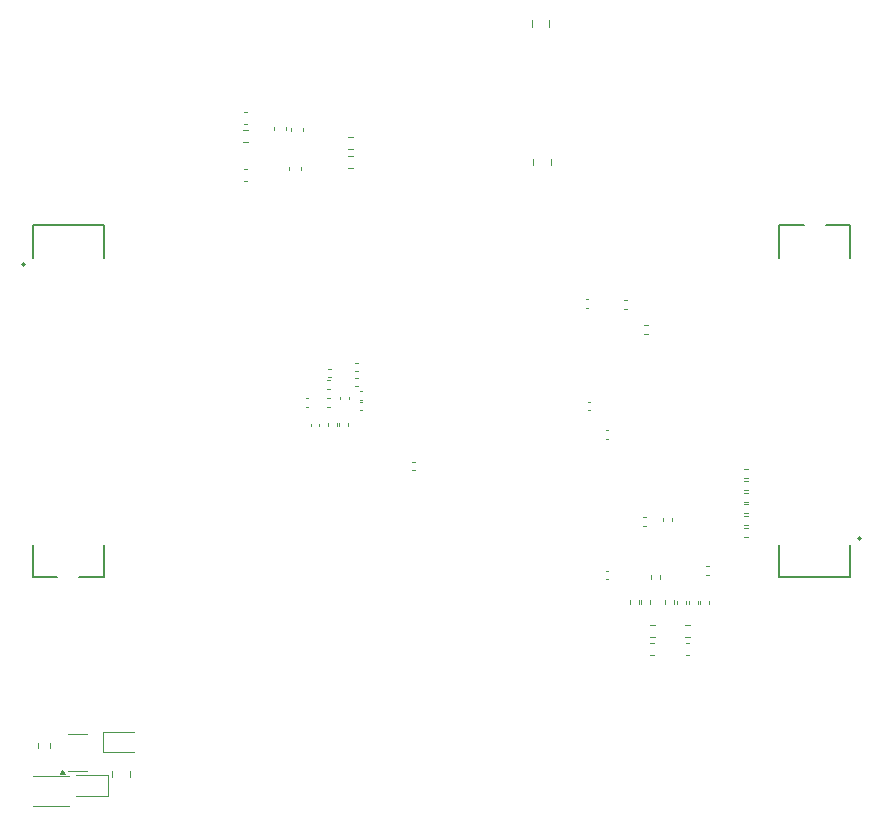
<source format=gbr>
%TF.GenerationSoftware,KiCad,Pcbnew,8.0.6*%
%TF.CreationDate,2025-01-06T00:07:23+08:00*%
%TF.ProjectId,ECP5_DEV_BOARD,45435035-5f44-4455-965f-424f4152442e,rev?*%
%TF.SameCoordinates,Original*%
%TF.FileFunction,Legend,Bot*%
%TF.FilePolarity,Positive*%
%FSLAX46Y46*%
G04 Gerber Fmt 4.6, Leading zero omitted, Abs format (unit mm)*
G04 Created by KiCad (PCBNEW 8.0.6) date 2025-01-06 00:07:23*
%MOMM*%
%LPD*%
G01*
G04 APERTURE LIST*
%ADD10C,0.120000*%
%ADD11C,0.127000*%
%ADD12C,0.200000*%
G04 APERTURE END LIST*
D10*
%TO.C,R26*%
X143370000Y-117903641D02*
X143370000Y-117596359D01*
X144130000Y-117903641D02*
X144130000Y-117596359D01*
%TO.C,R3*%
X143702258Y-121822500D02*
X143227742Y-121822500D01*
X143702258Y-122867500D02*
X143227742Y-122867500D01*
%TO.C,C20*%
X118292164Y-99640000D02*
X118507836Y-99640000D01*
X118292164Y-100360000D02*
X118507836Y-100360000D01*
%TO.C,C39*%
X133265000Y-70638748D02*
X133265000Y-71161252D01*
X134735000Y-70638748D02*
X134735000Y-71161252D01*
%TO.C,R11*%
X151553641Y-111620000D02*
X151246359Y-111620000D01*
X151553641Y-112380000D02*
X151246359Y-112380000D01*
%TO.C,D3*%
X96945000Y-130865000D02*
X96945000Y-132565000D01*
X99605000Y-130865000D02*
X96945000Y-130865000D01*
X99605000Y-132565000D02*
X96945000Y-132565000D01*
%TO.C,R13*%
X151553641Y-110620000D02*
X151246359Y-110620000D01*
X151553641Y-111380000D02*
X151246359Y-111380000D01*
%TO.C,C51*%
X116207836Y-100140000D02*
X115992164Y-100140000D01*
X116207836Y-100860000D02*
X115992164Y-100860000D01*
%TO.C,C60*%
X112690000Y-83059420D02*
X112690000Y-83340580D01*
X113710000Y-83059420D02*
X113710000Y-83340580D01*
%TO.C,C36*%
X114092164Y-102640000D02*
X114307836Y-102640000D01*
X114092164Y-103360000D02*
X114307836Y-103360000D01*
%TO.C,C12*%
X148207836Y-116840000D02*
X147992164Y-116840000D01*
X148207836Y-117560000D02*
X147992164Y-117560000D01*
D11*
%TO.C,J3*%
X154200000Y-88000000D02*
X154200000Y-90730000D01*
X154200000Y-88000000D02*
X156265000Y-88000000D01*
X154200000Y-115070000D02*
X154200000Y-117800000D01*
X158135000Y-88000000D02*
X160200000Y-88000000D01*
X160200000Y-88000000D02*
X160200000Y-90730000D01*
X160200000Y-115070000D02*
X160200000Y-117800000D01*
X160200000Y-117800000D02*
X154200000Y-117800000D01*
D12*
X161100000Y-114500000D02*
G75*
G02*
X160900000Y-114500000I-100000J0D01*
G01*
X160900000Y-114500000D02*
G75*
G02*
X161100000Y-114500000I100000J0D01*
G01*
D10*
%TO.C,R62*%
X117662742Y-80477500D02*
X118137258Y-80477500D01*
X117662742Y-81522500D02*
X118137258Y-81522500D01*
%TO.C,R18*%
X151553641Y-112620000D02*
X151246359Y-112620000D01*
X151553641Y-113380000D02*
X151246359Y-113380000D01*
%TO.C,C50*%
X116127836Y-102640000D02*
X115912164Y-102640000D01*
X116127836Y-103360000D02*
X115912164Y-103360000D01*
%TO.C,R2*%
X144320000Y-113053641D02*
X144320000Y-112746359D01*
X145080000Y-113053641D02*
X145080000Y-112746359D01*
%TO.C,C46*%
X123122164Y-108010000D02*
X123337836Y-108010000D01*
X123122164Y-108730000D02*
X123337836Y-108730000D01*
%TO.C,C8*%
X137792164Y-94240000D02*
X138007836Y-94240000D01*
X137792164Y-94960000D02*
X138007836Y-94960000D01*
%TO.C,C49*%
X114540000Y-104792164D02*
X114540000Y-105007836D01*
X115260000Y-104792164D02*
X115260000Y-105007836D01*
%TO.C,C13*%
X118294213Y-100890000D02*
X118509885Y-100890000D01*
X118294213Y-101610000D02*
X118509885Y-101610000D01*
%TO.C,R21*%
X145520000Y-120063641D02*
X145520000Y-119756359D01*
X146280000Y-120063641D02*
X146280000Y-119756359D01*
%TO.C,C40*%
X133365000Y-82861252D02*
X133365000Y-82338748D01*
X134835000Y-82861252D02*
X134835000Y-82338748D01*
%TO.C,C5*%
X116013485Y-104733408D02*
X116013485Y-104949080D01*
X116733485Y-104733408D02*
X116733485Y-104949080D01*
%TO.C,C58*%
X109140580Y-78390000D02*
X108859420Y-78390000D01*
X109140580Y-79410000D02*
X108859420Y-79410000D01*
%TO.C,R31*%
X142933641Y-112650000D02*
X142626359Y-112650000D01*
X142933641Y-113410000D02*
X142626359Y-113410000D01*
%TO.C,C38*%
X97720000Y-134153748D02*
X97720000Y-134676252D01*
X99190000Y-134153748D02*
X99190000Y-134676252D01*
%TO.C,C45*%
X139512164Y-105340000D02*
X139727836Y-105340000D01*
X139512164Y-106060000D02*
X139727836Y-106060000D01*
%TO.C,C9*%
X139492164Y-117240000D02*
X139707836Y-117240000D01*
X139492164Y-117960000D02*
X139707836Y-117960000D01*
%TO.C,C7*%
X138207836Y-102940000D02*
X137992164Y-102940000D01*
X138207836Y-103660000D02*
X137992164Y-103660000D01*
%TO.C,R28*%
X142520000Y-120053641D02*
X142520000Y-119746359D01*
X143280000Y-120053641D02*
X143280000Y-119746359D01*
%TO.C,R17*%
X144520000Y-120053641D02*
X144520000Y-119746359D01*
X145280000Y-120053641D02*
X145280000Y-119746359D01*
%TO.C,C15*%
X117046417Y-102731315D02*
X117046417Y-102515643D01*
X117766417Y-102731315D02*
X117766417Y-102515643D01*
%TO.C,L5*%
X91010000Y-134600000D02*
X94030000Y-134600000D01*
X91010000Y-137120000D02*
X94030000Y-137120000D01*
%TO.C,C6*%
X141072164Y-94340000D02*
X141287836Y-94340000D01*
X141072164Y-95060000D02*
X141287836Y-95060000D01*
%TO.C,U6*%
X94000000Y-131040000D02*
X94800000Y-131040000D01*
X94000000Y-134160000D02*
X94800000Y-134160000D01*
X95600000Y-131040000D02*
X94800000Y-131040000D01*
X95600000Y-134160000D02*
X94800000Y-134160000D01*
X93740000Y-134440000D02*
X93260000Y-134440000D01*
X93500000Y-134110000D01*
X93740000Y-134440000D01*
G36*
X93740000Y-134440000D02*
G01*
X93260000Y-134440000D01*
X93500000Y-134110000D01*
X93740000Y-134440000D01*
G37*
%TO.C,D4*%
X94680000Y-134565000D02*
X97340000Y-134565000D01*
X94680000Y-136265000D02*
X97340000Y-136265000D01*
X97340000Y-136265000D02*
X97340000Y-134565000D01*
%TO.C,R1*%
X142746359Y-96420000D02*
X143053641Y-96420000D01*
X142746359Y-97180000D02*
X143053641Y-97180000D01*
%TO.C,C18*%
X118692164Y-102940000D02*
X118907836Y-102940000D01*
X118692164Y-103660000D02*
X118907836Y-103660000D01*
%TO.C,R15*%
X151543641Y-109620000D02*
X151236359Y-109620000D01*
X151543641Y-110380000D02*
X151236359Y-110380000D01*
%TO.C,C1*%
X143555580Y-123325000D02*
X143274420Y-123325000D01*
X143555580Y-124345000D02*
X143274420Y-124345000D01*
%TO.C,R33*%
X91432500Y-132252258D02*
X91432500Y-131777742D01*
X92477500Y-132252258D02*
X92477500Y-131777742D01*
D11*
%TO.C,J2*%
X91000000Y-88000000D02*
X97000000Y-88000000D01*
X91000000Y-90730000D02*
X91000000Y-88000000D01*
X91000000Y-117800000D02*
X91000000Y-115070000D01*
X93065000Y-117800000D02*
X91000000Y-117800000D01*
X97000000Y-90730000D02*
X97000000Y-88000000D01*
X97000000Y-117800000D02*
X94935000Y-117800000D01*
X97000000Y-117800000D02*
X97000000Y-115070000D01*
D12*
X90300000Y-91300000D02*
G75*
G02*
X90100000Y-91300000I-100000J0D01*
G01*
X90100000Y-91300000D02*
G75*
G02*
X90300000Y-91300000I100000J0D01*
G01*
D10*
%TO.C,R8*%
X151553641Y-113620000D02*
X151246359Y-113620000D01*
X151553641Y-114380000D02*
X151246359Y-114380000D01*
%TO.C,C14*%
X116137836Y-101090000D02*
X115922164Y-101090000D01*
X116137836Y-101810000D02*
X115922164Y-101810000D01*
%TO.C,R24*%
X151553641Y-108620000D02*
X151246359Y-108620000D01*
X151553641Y-109380000D02*
X151246359Y-109380000D01*
%TO.C,C55*%
X112890000Y-80040580D02*
X112890000Y-79759420D01*
X113910000Y-80040580D02*
X113910000Y-79759420D01*
%TO.C,C2*%
X146555580Y-123325000D02*
X146274420Y-123325000D01*
X146555580Y-124345000D02*
X146274420Y-124345000D01*
%TO.C,C17*%
X118690868Y-102018107D02*
X118906540Y-102018107D01*
X118690868Y-102738107D02*
X118906540Y-102738107D01*
%TO.C,R27*%
X141520000Y-120053641D02*
X141520000Y-119746359D01*
X142280000Y-120053641D02*
X142280000Y-119746359D01*
%TO.C,R9*%
X147520000Y-120063641D02*
X147520000Y-119756359D01*
X148280000Y-120063641D02*
X148280000Y-119756359D01*
%TO.C,R4*%
X146667258Y-121822500D02*
X146192742Y-121822500D01*
X146667258Y-122867500D02*
X146192742Y-122867500D01*
%TO.C,C56*%
X111390000Y-79940580D02*
X111390000Y-79659420D01*
X112410000Y-79940580D02*
X112410000Y-79659420D01*
%TO.C,R61*%
X117662742Y-82077500D02*
X118137258Y-82077500D01*
X117662742Y-83122500D02*
X118137258Y-83122500D01*
%TO.C,C16*%
X116938113Y-104746384D02*
X116938113Y-104962056D01*
X117658113Y-104746384D02*
X117658113Y-104962056D01*
%TO.C,R63*%
X108762742Y-79877500D02*
X109237258Y-79877500D01*
X108762742Y-80922500D02*
X109237258Y-80922500D01*
%TO.C,R7*%
X146520000Y-120063641D02*
X146520000Y-119756359D01*
X147280000Y-120063641D02*
X147280000Y-119756359D01*
%TO.C,C59*%
X109165580Y-83190000D02*
X108884420Y-83190000D01*
X109165580Y-84210000D02*
X108884420Y-84210000D01*
%TD*%
M02*

</source>
